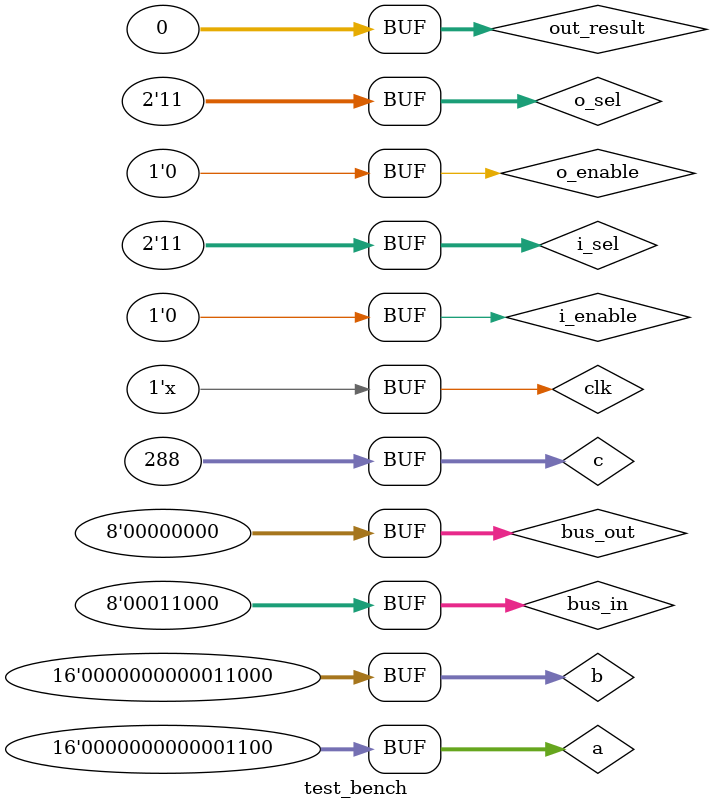
<source format=v>
`timescale 1ns / 1ps


module test_bench;

	// Inputs
	reg clk;
	reg [7:0] bus_in;
	reg [1:0] i_sel;
	reg i_enable;
	reg [1:0] o_sel;
	reg o_enable;

	// Outputs
	wire [7:0] bus_out;

	// Instantiate the Unit Under Test (UUT)
	mul16 uut (
		.clk(clk), 
		.bus_in(bus_in), 
		.i_sel(i_sel), 
		.i_enable(i_enable), 
		.bus_out(bus_out), 
		.o_sel(o_sel), 
		.o_enable(o_enable)
	);
	
	reg	[15:0]	a= 16'd12;
	reg	[15:0]	b= 16'd24;
	reg	[31:0]	c = 32'd288;
	reg	[31:0]	out_result = 32'd0;
	
	
	initial begin
		// Initialize Inputs
		clk = 0;	bus_in = 0;	i_sel = 0;	i_enable = 0;	o_sel = 0;	o_enable = 0;	#6;
		o_enable =	1; #6;
		i_sel = 2'b00;	bus_in = a[15:8];	#6;
		i_sel = 2'b01;	bus_in = a[7:0];	#6;
		i_sel = 2'b10;	bus_in = b[15:8];	#6;
		i_sel = 2'b11;	bus_in = b[7:0];	#6;
		o_enable =	0; #200;
		i_enable = 1;	#6;
		o_sel = 2'b00;		#6;
		out_result[31:24] = bus_out; 	#6;
		o_sel = 2'b01;		#6;
		out_result[23:16] = bus_out;	#6; 	
		o_sel = 2'b10; 	#6;
		out_result[15:8] = bus_out;	#6;
		o_sel = 2'b11; 	#6;
		out_result[7:0] = bus_out;		#6;
		i_enable = 0;	#6

		// Wait 100 ns for global reset to finish
		#100;
        
		// Add stimulus here

	end
   always #1 clk=~clk;   
endmodule


</source>
